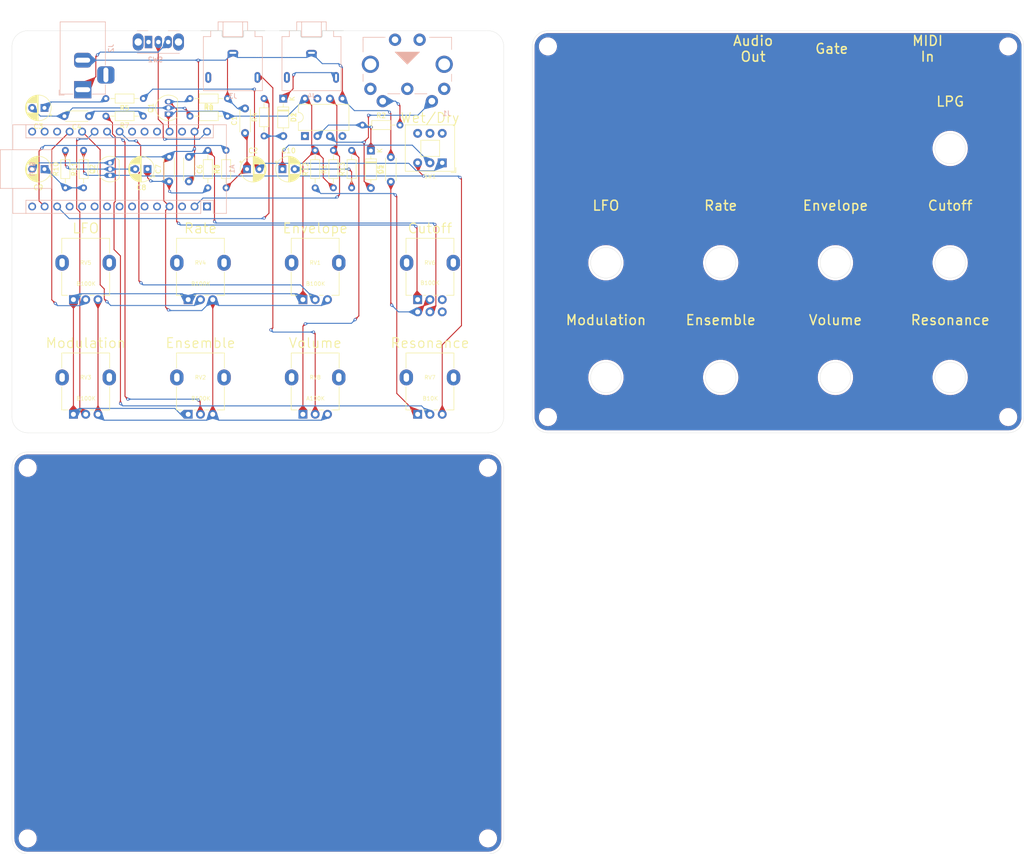
<source format=kicad_pcb>
(kicad_pcb (version 20240108) (generator "pcbnew") (generator_version "8.0")
  (layers (0 "F.Cu" signal) (31 "B.Cu" signal) (34 "B.Paste" user) (35 "F.Paste" user) (36 "B.SilkS" user "B.Silkscreen") (37 "F.SilkS" user "F.Silkscreen") (38 "B.Mask" user) (39 "F.Mask" user) (44 "Edge.Cuts" user))
  (net 0 "")
  (net 5 "Net-(A1-D0{slash}RX)")
  (net 8 "Net-(A1-D11)")
  (net 10 "GND")
  (net 11 "Net-(A1-A1)")
  (net 12 "Net-(A1-A3)")
  (net 17 "Net-(A1-A4)")
  (net 23 "Net-(A1-A2)")
  (net 24 "Net-(A1-VIN)")
  (net 25 "+5V")
  (net 27 "Net-(A1-D10)")
  (net 28 "Net-(A1-A0)")
  (net 30 "Net-(C1-Pad1)")
  (net 31 "Synth Out")
  (net 32 "Net-(C3-Pad1)")
  (net 33 "Net-(Q1-B)")
  (net 34 "Net-(C4-Pad1)")
  (net 35 "Net-(C5-Pad1)")
  (net 36 "Net-(C6-Pad1)")
  (net 37 "Net-(C7-Pad1)")
  (net 38 "Net-(Q2-B)")
  (net 39 "Net-(C9-Pad1)")
  (net 40 "Net-(C10-Pad2)")
  (net 41 "Net-(D1-A)")
  (net 42 "Net-(D1-K)")
  (net 43 "Gate")
  (net 44 "Net-(D2-A)")
  (net 47 "Net-(J1-Pad5)")
  (net 50 "Net-(Q1-E)")
  (net 51 "LPG Out")
  (net 52 "Net-(R7-Pad2)")
  (net 53 "Net-(R12-Pad1)")
  (net 54 "Net-(R13-Pad2)")
  (net 57 "Audio Out")
  (net 61 "Net-(SW2-C)")
  (net 63 "Net-(C10-Pad1)")
  (footprint "" (layer "F.Cu") (at 160.148749 107.380001)
    (property "Reference" "")
    (property "Value" "")
  )
  (footprint "Resistor_THT:R_Axial_DIN0204_L3.6mm_D1.6mm_P7.62mm_Horizontal" (layer "F.Cu") (at 65.727387 60.740832 90)
    (property "Reference" "R11")
    (property "Value" "220K")
  )
  (footprint "" (layer "F.Cu") (at 147.96 117.695)
    (property "Reference" "")
    (property "Value" "")
  )
  (footprint "0:Alpha_RD901F" (layer "F.Cu") (at 89.493333 75.983334)
    (property "Reference" "RV4")
    (property "Value" "B100K")
  )
  (footprint "Capacitor_THT:C_Disc_D4.3mm_W1.9mm_P5.00mm" (layer "F.Cu") (at 66.835018 46.155 180)
    (property "Reference" "C4")
    (property "Value" "100nF")
  )
  (footprint "0:SW_Push_2P2T_Toggle" (layer "F.Cu") (at 138.66 55.65 180)
    (property "Reference" "SW1")
    (property "Value" "Wet/Dry")
  )
  (footprint "0:MountingHole_3.2mm_M3" (layer "F.Cu") (at 147.96 31.97)
    (property "Reference" "H2" (hide yes))
    (property "Value" "MountingHole" (hide yes))
  )
  (footprint "Resistor_THT:R_Axial_DIN0204_L3.6mm_D1.6mm_P7.62mm_Horizontal" (layer "F.Cu") (at 94.990751 42.57 180)
    (property "Reference" "R8")
    (property "Value" "1K")
  )
  (footprint "Diode_THT:D_DO-35_SOD27_P7.62mm_Horizontal" (layer "F.Cu") (at 106.327996 42.6 -90)
    (property "Reference" "D2")
    (property "Value" "1N4148")
  )
  (footprint "0:Alpha_RD901F" (layer "F.Cu") (at 112.826666 75.983334)
    (property "Reference" "RV1")
    (property "Value" "B100K")
  )
  (footprint "0:Alpha_RD902F" (layer "F.Cu") (at 136.16 75.983334)
    (property "Reference" "RV6")
    (property "Value" "B100K")
  )
  (footprint "0:Alpha_RD901F" (layer "F.Cu") (at 112.826666 99.316668)
    (property "Reference" "RV8")
    (property "Value" "A100K")
  )
  (footprint "Resistor_THT:R_Axial_DIN0204_L3.6mm_D1.6mm_P7.62mm_Horizontal" (layer "F.Cu") (at 77.880262 46.155 180)
    (property "Reference" "R7")
    (property "Value" "10K")
  )
  (footprint "Package_TO_SOT_THT:TO-92_Inline" (layer "F.Cu") (at 82.985506 45.745001 90)
    (property "Reference" "Q1")
    (property "Value" "BC547")
  )
  (footprint "Resistor_THT:R_Axial_DIN0204_L3.6mm_D1.6mm_P7.62mm_Horizontal" (layer "F.Cu") (at 62.01858 60.740832 90)
    (property "Reference" "R10")
    (property "Value" "100K")
  )
  (footprint "Resistor_THT:R_Axial_DIN0204_L3.6mm_D1.6mm_P7.62mm_Horizontal" (layer "F.Cu") (at 112.815963 60.740832 90)
    (property "Reference" "R12")
    (property "Value" "1K")
  )
  (footprint "" (layer "F.Cu") (at 147.96 193.105)
    (property "Reference" "")
    (property "Value" "")
  )
  (footprint "Capacitor_THT:CP_Radial_D5.0mm_P2.50mm" (layer "F.Cu") (at 98.958577 56.930832)
    (property "Reference" "C2")
    (property "Value" "100µF")
  )
  (footprint "Resistor_THT:R_Axial_DIN0204_L3.6mm_D1.6mm_P7.62mm_Horizontal" (layer "F.Cu") (at 116.52477 60.740832 90)
    (property "Reference" "R1")
    (property "Value" "10K")
  )
  (footprint "Resistor_THT:R_Axial_DIN0204_L3.6mm_D1.6mm_P7.62mm_Horizontal" (layer "F.Cu") (at 102.421996 50.19 90)
    (property "Reference" "R4")
    (property "Value" "1K")
  )
  (footprint "0:Alpha_RD901F" (layer "F.Cu") (at 66.16 75.983334)
    (property "Reference" "RV5")
    (property "Value" "B100K")
  )
  (footprint "Capacitor_THT:CP_Radial_D5.0mm_P2.50mm" (layer "F.Cu") (at 78.734999 56.930832 180)
    (property "Reference" "C8")
    (property "Value" "10µF")
  )
  (footprint "0:MountingHole_3.2mm_M3" (layer "F.Cu") (at 54.36 31.97)
    (property "Reference" "H1" (hide yes))
    (property "Value" "MountingHole" (hide yes))
  )
  (footprint "Capacitor_THT:CP_Radial_D5.0mm_P2.50mm" (layer "F.Cu") (at 57.77 44.475 180)
    (property "Reference" "C3")
    (property "Value" "10µF")
  )
  (footprint "Capacitor_THT:CP_Radial_D5.0mm_P2.50mm" (layer "F.Cu") (at 106.157157 56.930832)
    (property "Reference" "C10")
    (property "Value" "10µF")
  )
  (footprint "" (layer "F.Cu") (at 253.7488 31.97)
    (property "Reference" "")
    (property "Value" "")
  )
  (footprint "Resistor_THT:R_Axial_DIN0204_L3.6mm_D1.6mm_P7.62mm_Horizontal" (layer "F.Cu") (at 77.880262 42.57 180)
    (property "Reference" "R5")
    (property "Value" "47K")
  )
  (footprint "" (layer "F.Cu") (at 54.36 193.105)
    (property "Reference" "")
    (property "Value" "")
  )
  (footprint "Resistor_THT:R_Axial_DIN0204_L3.6mm_D1.6mm_P7.62mm_Horizontal" (layer "F.Cu") (at 94.709996 60.740832 90)
    (property "Reference" "R3")
    (property "Value" "2.2K")
  )
  (footprint "0:Alpha_RD901F" (layer "F.Cu") (at 66.16 99.316668)
    (property "Reference" "RV3")
    (property "Value" "B100K")
  )
  (footprint "0:MountingHole_3.2mm_M3" (layer "F.Cu") (at 147.96 107.38)
    (property "Reference" "H4" (hide yes))
    (property "Value" "MountingHole" (hide yes))
  )
  (footprint "" (layer "F.Cu") (at 54.36 117.695)
    (property "Reference" "")
    (property "Value" "")
  )
  (footprint "Capacitor_THT:C_Disc_D4.3mm_W1.9mm_P5.00mm" (layer "F.Cu") (at 98.565996 49.59 90)
    (property "Reference" "C1")
    (property "Value" "33nF")
  )
  (footprint "Diode_THT:D_DO-35_SOD27_P7.62mm_Horizontal" (layer "F.Cu") (at 124.142383 53.16 -90)
    (property "Reference" "D1")
    (property "Value" "1N4148")
  )
  (footprint "0:fp" (layer "F.Cu") (at 54.36 31.98)
    (property "Reference" "REF**" (hide yes))
    (property "Value" "fp" (hide yes))
  )
  (footprint "Capacitor_THT:C_Disc_D4.3mm_W1.9mm_P5.00mm" (layer "F.Cu") (at 87.142383 54.430832 -90)
    (property "Reference" "C6")
    (property "Value" "100nF")
  )
  (footprint "0:Alpha_RD901F" (layer "F.Cu") (at 136.16 99.316668)
    (property "Reference" "RV7")
    (property "Value" "B10K")
  )
  (footprint "0:MountingHole_3.2mm_M3" (layer "F.Cu") (at 54.36 107.38)
    (property "Reference" "H3" (hide yes))
    (property "Value" "MountingHole" (hide yes))
  )
  (footprint "0:Alpha_RD901F" (layer "F.Cu") (at 89.493333 99.316668)
    (property "Reference" "RV2")
    (property "Value" "B100K")
  )
  (footprint "Package_TO_SOT_THT:TO-92_Inline" (layer "F.Cu") (at 71.116193 58.200833 90)
    (property "Reference" "Q2")
    (property "Value" "BC547")
  )
  (footprint "" (layer "F.Cu") (at 160.148749 31.969999)
    (property "Reference" "")
    (property "Value" "")
  )
  (footprint "Resistor_THT:R_Axial_DIN0204_L3.6mm_D1.6mm_P7.62mm_Horizontal" (layer "F.Cu") (at 120.233577 60.740832 90)
    (property "Reference" "R13")
    (property "Value" "1K")
  )
  (footprint "Capacitor_THT:CP_Radial_D5.0mm_P2.50mm" (layer "F.Cu") (at 57.77 56.930832 180)
    (property "Reference" "C9")
    (property "Value" "10µF")
  )
  (footprint "Capacitor_THT:C_Disc_D4.3mm_W1.9mm_P5.00mm" (layer "F.Cu") (at 83.133578 59.430832 90)
    (property "Reference" "C7")
    (property "Value" "33nF")
  )
  (footprint "Capacitor_THT:C_Disc_D4.3mm_W1.9mm_P5.00mm" (layer "F.Cu") (at 128.201188 59.5 90)
    (property "Reference" "C5")
    (property "Value" "100nF")
  )
  (footprint "Resistor_THT:R_Axial_DIN0204_L3.6mm_D1.6mm_P7.62mm_Horizontal" (layer "F.Cu") (at 91.001189 53.120832 -90)
    (property "Reference" "R9")
    (property "Value" "10K")
  )
  (footprint "Resistor_THT:R_Axial_DIN0204_L3.6mm_D1.6mm_P7.62mm_Horizontal" (layer "F.Cu") (at 87.370751 46.155)
    (property "Reference" "R6")
    (property "Value" "220K")
  )
  (footprint "Package_DIP:DIP-8_W7.62mm" (layer "F.Cu") (at 110.733996 50.21 90)
    (property "Reference" "U1")
    (property "Value" "6N138")
  )
  (footprint "" (layer "F.Cu") (at 253.7488 107.38)
    (property "Reference" "")
    (property "Value" "")
  )
  (footprint "Resistor_THT:R_Axial_DIN0204_L3.6mm_D1.6mm_P7.62mm_Horizontal" (layer "F.Cu") (at 122.44 47.97)
    (property "Reference" "R2")
    (property "Value" "220Ω")
  )
  (footprint "0:Arduino_Nano" (layer "B.Cu") (at 90.83 64.540832 90)
    (property "Reference" "A1")
    (property "Value" "Arduino Nano")
  )
  (footprint "Connector_Audio:Jack_3.5mm_CUI_SJ1-3523N_Horizontal" (layer "B.Cu") (at 112.07 33.27)
    (property "Reference" "J4")
    (property "Value" "Gate")
    (fp_line (start -6.5 -4.5) (end -2.2 -4.5) (stroke (width 0.12)) (layer "Edge.Cuts"))
    (fp_line (start -2.2 -4.5) (end -2.2 -3.5) (stroke (width 0.12)) (layer "Edge.Cuts"))
    (fp_line (start -1.8 -3.1) (end 1.8 -3.1) (stroke (width 0.12)) (layer "Edge.Cuts"))
    (fp_line (start 2.2 -4.5) (end 2.2 -3.5) (stroke (width 0.12)) (layer "Edge.Cuts"))
    (fp_line (start 6.5 -4.5) (end 2.2 -4.5) (stroke (width 0.12)) (layer "Edge.Cuts"))
    (fp_arc (start -1.8 -3.1) (mid -2.082842 -3.217158) (end -2.2 -3.5) (stroke (width 0.12)) (layer "Edge.Cuts"))
    (fp_arc (start 2.2 -3.5) (mid 2.082843 -3.217157) (end 1.8 -3.1) (stroke (width 0.12)) (layer "Edge.Cuts"))
  )
  (footprint "0:DIN5_MIDI" (layer "B.Cu") (at 131.5575 40.605 -90)
    (property "Reference" "J1")
    (property "Value" "Midi In")
  )
  (footprint "Connector_BarrelJack:BarrelJack_Horizontal" (layer "B.Cu") (at 65.5625 40.77 -90)
    (property "Reference" "J2")
    (property "Value" "5VDC")
  )
  (footprint "Connector_Audio:Jack_3.5mm_CUI_SJ1-3523N_Horizontal" (layer "B.Cu") (at 96.0825 33.27)
    (property "Reference" "J3")
    (property "Value" "Audio Out")
    (fp_line (start -6.5 -4.5) (end -2.2 -4.5) (stroke (width 0.12)) (layer "Edge.Cuts"))
    (fp_line (start -2.2 -4.5) (end -2.2 -3.5) (stroke (width 0.12)) (layer "Edge.Cuts"))
    (fp_line (start -1.8 -3.1) (end 1.8 -3.1) (stroke (width 0.12)) (layer "Edge.Cuts"))
    (fp_line (start 2.2 -4.5) (end 2.2 -3.5) (stroke (width 0.12)) (layer "Edge.Cuts"))
    (fp_line (start 6.5 -4.5) (end 2.2 -4.5) (stroke (width 0.12)) (layer "Edge.Cuts"))
    (fp_arc (start -1.8 -3.1) (mid -2.082842 -3.217158) (end -2.2 -3.5) (stroke (width 0.12)) (layer "Edge.Cuts"))
    (fp_arc (start 2.2 -3.5) (mid 2.082843 -3.217157) (end 1.8 -3.1) (stroke (width 0.12)) (layer "Edge.Cuts"))
  )
  (footprint "Button_Switch_THT:SW_Slide_SPDT_Angled_CK_OS102011MA1Q" (layer "B.Cu") (at 78.93 31.07)
    (property "Reference" "SW2")
    (property "Value" "On/Off")
  )
  (gr_line (start 51.16 107.38) (end 51.16 31.97) (stroke (width 0.05)) (layer "Edge.Cuts"))
  (gr_arc (start 54.36 196.305) (mid 52.097258 195.367742) (end 51.16 193.105) (stroke (width 0.05)) (layer "Edge.Cuts"))
  (gr_line (start 256.94875 31.97) (end 256.94875 107.38) (stroke (width 0.05)) (layer "Edge.Cuts"))
  (gr_line (start 156.94875 107.38) (end 156.94875 31.97) (stroke (width 0.05)) (layer "Edge.Cuts"))
  (gr_circle (center 171.94875 75.983334) (end 175.04875 75.983334) (stroke (width 0.05)) (fill none) (layer "Edge.Cuts"))
  (gr_arc (start 54.36 110.58) (mid 52.097258 109.642742) (end 51.16 107.38) (stroke (width 0.05)) (layer "Edge.Cuts"))
  (gr_circle (center 195.282083 99.316668) (end 198.382083 99.316668) (stroke (width 0.05)) (fill none) (layer "Edge.Cuts"))
  (gr_circle (center 241.94875 99.316668) (end 245.04875 99.316668) (stroke (width 0.05)) (fill none) (layer "Edge.Cuts"))
  (gr_arc (start 147.96 114.495) (mid 150.222742 115.432258) (end 151.16 117.695) (stroke (width 0.05)) (layer "Edge.Cuts"))
  (gr_line (start 102.5825 28.77) (end 105.57 28.77) (stroke (width 0.05)) (layer "Edge.Cuts"))
  (gr_line (start 51.16 193.105) (end 51.16 117.695) (stroke (width 0.05)) (layer "Edge.Cuts"))
  (gr_line (start 151.16 117.695) (end 151.16 193.105) (stroke (width 0.05)) (layer "Edge.Cuts"))
  (gr_circle (center 195.282083 75.983334) (end 198.382083 75.983334) (stroke (width 0.05)) (fill none) (layer "Edge.Cuts"))
  (gr_line (start 147.96 110.58) (end 54.36 110.58) (stroke (width 0.05)) (layer "Edge.Cuts"))
  (gr_line (start 147.96 196.305) (end 54.36 196.305) (stroke (width 0.05)) (layer "Edge.Cuts"))
  (gr_arc (start 51.16 117.695) (mid 52.097258 115.432258) (end 54.36 114.495) (stroke (width 0.05)) (layer "Edge.Cuts"))
  (gr_line (start 151.16 31.97) (end 151.16 107.38) (stroke (width 0.05)) (layer "Edge.Cuts"))
  (gr_line (start 118.57 28.77) (end 147.96 28.77) (stroke (width 0.05)) (layer "Edge.Cuts"))
  (gr_line (start 54.36 28.77) (end 89.5825 28.77) (stroke (width 0.05)) (layer "Edge.Cuts"))
  (gr_arc (start 151.16 107.38) (mid 150.222742 109.642742) (end 147.96 110.58) (stroke (width 0.05)) (layer "Edge.Cuts"))
  (gr_circle (center 218.615416 75.983334) (end 221.715416 75.983334) (stroke (width 0.05)) (fill none) (layer "Edge.Cuts"))
  (gr_arc (start 147.96 28.77) (mid 150.222742 29.707258) (end 151.16 31.97) (stroke (width 0.05)) (layer "Edge.Cuts"))
  (gr_circle (center 171.94875 99.316668) (end 175.04875 99.316668) (stroke (width 0.05)) (fill none) (layer "Edge.Cuts"))
  (gr_line (start 253.74875 110.58) (end 160.14875 110.58) (stroke (width 0.05)) (layer "Edge.Cuts"))
  (gr_circle (center 241.94875 75.983334) (end 245.04875 75.983334) (stroke (width 0.05)) (fill none) (layer "Edge.Cuts"))
  (gr_circle (center 218.615416 99.316668) (end 221.715416 99.316668) (stroke (width 0.05)) (fill none) (layer "Edge.Cuts"))
  (gr_arc (start 160.14875 110.58) (mid 157.886008 109.642742) (end 156.94875 107.38) (stroke (width 0.05)) (layer "Edge.Cuts"))
  (gr_line (start 54.36 114.495) (end 147.96 114.495) (stroke (width 0.05)) (layer "Edge.Cuts"))
  (gr_arc (start 256.94875 107.38) (mid 256.011489 109.642724) (end 253.74875 110.58) (stroke (width 0.05)) (layer "Edge.Cuts"))
  (gr_line (start 160.14875 28.77) (end 253.74875 28.77) (stroke (width 0.05)) (layer "Edge.Cuts"))
  (gr_arc (start 156.94875 31.97) (mid 157.886008 29.707258) (end 160.14875 28.77) (stroke (width 0.05)) (layer "Edge.Cuts"))
  (gr_arc (start 253.74875 28.77) (mid 256.011524 29.707241) (end 256.94875 31.97) (stroke (width 0.05)) (layer "Edge.Cuts"))
  (gr_arc (start 151.16 193.105) (mid 150.222742 195.367742) (end 147.96 196.305) (stroke (width 0.05)) (layer "Edge.Cuts"))
  (gr_circle (center 241.94875 52.7275) (end 245.04875 52.7275) (stroke (width 0.05)) (fill none) (layer "Edge.Cuts"))
  (gr_arc (start 51.16 31.97) (mid 52.097258 29.707258) (end 54.36 28.77) (stroke (width 0.05)) (layer "Edge.Cuts"))
  (gr_text "MIDI\nIn" (at 237.34625 32.44175 0) (layer "F.SilkS") (effects (font (size 2 2) (thickness 0.3))))
  (gr_text "Volume" (at 218.615416 87.650001 0) (layer "F.SilkS") (effects (font (size 2 2) (thickness 0.3))))
  (gr_text "Resonance" (at 241.94875 87.650001 0) (layer "F.SilkS") (effects (font (size 2 2) (thickness 0.3))))
  (gr_text "Cutoff" (at 241.94875 64.355417 0) (layer "F.SilkS") (effects (font (size 2 2) (thickness 0.3))))
  (gr_text "Ensemble" (at 195.282083 87.650001 0) (layer "F.SilkS") (effects (font (size 2 2) (thickness 0.3))))
  (gr_text "LPG" (at 241.94875 43.18 0) (layer "F.SilkS") (effects (font (size 2 2) (thickness 0.3))))
  (gr_text "Rate" (at 195.282083 64.355417 0) (layer "F.SilkS") (effects (font (size 2 2) (thickness 0.3))))
  (gr_text "Gate" (at 217.85875 32.44175 0) (layer "F.SilkS") (effects (font (size 2 2) (thickness 0.3))))
  (gr_text "LFO" (at 171.94875 64.355417 0) (layer "F.SilkS") (effects (font (size 2 2) (thickness 0.3))))
  (gr_text "Envelope" (at 218.615416 64.355417 0) (layer "F.SilkS") (effects (font (size 2 2) (thickness 0.3))))
  (gr_text "Audio\nOut" (at 201.87125 32.44175 0) (layer "F.SilkS") (effects (font (size 2 2) (thickness 0.3))))
  (gr_text "Modulation" (at 171.94875 87.650001 0) (layer "F.SilkS") (effects (font (size 2 2) (thickness 0.3))))
  (segment (start 117.22477 44.000774) (end 115.813996 42.59) (width 0.2) (layer "F.Cu") (net 5))
  (segment (start 117.3 62.59) (end 117.78 62.11) (width 0.2) (layer "F.Cu") (net 5))
  (segment (start 117.22477 52.420832) (end 117.22477 44.000774) (width 0.2) (layer "F.Cu") (net 5))
  (segment (start 117.78 54.376062) (end 116.52477 53.120832) (width 0.2) (layer "F.Cu") (net 5))
  (segment (start 116.52477 53.120832) (end 117.22477 52.420832) (width 0.2) (layer "F.Cu") (net 5))
  (segment (start 117.78 62.11) (end 117.78 54.376062) (width 0.2) (layer "F.Cu") (net 5))
  (via (at 117.3 62.59) (size 0.6) (drill 0.3) (layers "F.Cu" "B.Cu") (net 5))
  (segment (start 117.3 62.59) (end 117.07 62.82) (width 0.2) (layer "B.Cu") (net 5))
  (segment (start 90.010832 62.82) (end 88.29 64.540832) (width 0.2) (layer "B.Cu") (net 5))
  (segment (start 117.07 62.82) (end 90.010832 62.82) (width 0.2) (layer "B.Cu") (net 5))
  (segment (start 56.67 63.400832) (end 57.81 64.540832) (width 0.2) (layer "F.Cu") (net 8))
  (segment (start 57.23 52.7) (end 56.67 53.26) (width 0.2) (layer "F.Cu") (net 8))
  (segment (start 56.67 53.26) (end 56.67 63.400832) (width 0.2) (layer "F.Cu") (net 8))
  (via (at 57.23 52.7) (size 0.6) (drill 0.3) (layers "F.Cu" "B.Cu") (net 8))
  (segment (start 57.23 52.7) (end 57.809168 52.120832) (width 0.2) (layer "B.Cu") (net 8))
  (segment (start 93.709996 52.120832) (end 94.709996 53.120832) (width 0.2) (layer "B.Cu") (net 8))
  (segment (start 57.809168 52.120832) (end 93.709996 52.120832) (width 0.2) (layer "B.Cu") (net 8))
  (segment (start 88.29 49.300832) (end 88.29 52.8) (width 0.2) (layer "F.Cu") (net 10))
  (segment (start 82.033578 55.530832) (end 83.133578 54.430832) (width 0.2) (layer "F.Cu") (net 10))
  (segment (start 88.29 58.283215) (end 87.142383 59.430832) (width 0.2) (layer "F.Cu") (net 10))
  (segment (start 89.089999 34.829999) (end 89.03 34.77) (width 0.2) (layer "F.Cu") (net 10))
  (segment (start 117.948996 35.861004) (end 118.353996 36.266004) (width 0.2) (layer "F.Cu") (net 10))
  (segment (start 128.201188 45.621188) (end 128.201188 54.5) (width 0.2) (layer "F.Cu") (net 10))
  (segment (start 88.29 49.300832) (end 89.089999 48.500833) (width 0.2) (layer "F.Cu") (net 10))
  (segment (start 94.990751 42.57) (end 94.990751 34.361749) (width 0.2) (layer "F.Cu") (net 10))
  (segment (start 88.29 52.8) (end 88.29 58.283215) (width 0.2) (layer "F.Cu") (net 10))
  (segment (start 127.93 45.35) (end 128.201188 45.621188) (width 0.2) (layer "F.Cu") (net 10))
  (segment (start 82.410001 65.340831) (end 83.21 64.540832) (width 0.2) (layer "F.Cu") (net 10))
  (segment (start 83.21 64.540832) (end 82.033578 63.36441) (width 0.2) (layer "F.Cu") (net 10))
  (segment (start 82.98 85.59) (end 82.410001 85.020001) (width 0.2) (layer "F.Cu") (net 10))
  (segment (start 91.993333 106.816668) (end 91.993333 83.483334) (width 0.2) (layer "F.Cu") (net 10))
  (segment (start 82.033578 63.36441) (end 82.033578 55.530832) (width 0.2) (layer "F.Cu") (net 10))
  (segment (start 118.353996 36.266004) (end 118.353996 42.59) (width 0.2) (layer "F.Cu") (net 10))
  (segment (start 89.089999 48.500833) (end 89.089999 34.829999) (width 0.2) (layer "F.Cu") (net 10))
  (segment (start 94.990751 34.361749) (end 96.0825 33.27) (width 0.2) (layer "F.Cu") (net 10))
  (segment (start 68.66 83.483334) (end 68.66 106.816668) (width 0.2) (layer "F.Cu") (net 10))
  (segment (start 82.410001 85.020001) (end 82.410001 65.340831) (width 0.2) (layer "F.Cu") (net 10))
  (via (at 89.03 34.77) (size 0.6) (drill 0.3) (layers "F.Cu" "B.Cu") (net 10))
  (via (at 88.29 52.8) (size 0.6) (drill 0.3) (layers "F.Cu" "B.Cu") (net 10))
  (via (at 117.948996 35.861004) (size 0.6) (drill 0.3) (layers "F.Cu" "B.Cu") (net 10))
  (via (at 82.98 85.59) (size 0.6) (drill 0.3) (layers "F.Cu" "B.Cu") (net 10))
  (via (at 127.93 45.35) (size 0.6) (drill 0.3) (layers "F.Cu" "B.Cu") (net 10))
  (segment (start 97.010751 44.59) (end 94.990751 42.57) (width 0.2) (layer "B.Cu") (net 10))
  (segment (start 90.793333 108.016668) (end 69.86 108.016668) (width 0.2) (layer "B.Cu") (net 10))
  (segment (start 127.93 45.35) (end 127.61 45.03) (width 0.2) (layer "B.Cu") (net 10))
  (segment (start 114.27 35.47) (end 112.07 33.27) (width 0.2) (layer "B.Cu") (net 10))
  (segment (start 117.557992 35.47) (end 114.27 35.47) (width 0.2) (layer "B.Cu") (net 10))
  (segment (start 82.98 85.59) (end 83.1 85.71) (width 0.2) (layer "B.Cu") (net 10))
  (segment (start 89.766667 85.71) (end 91.993333 83.483334) (width 0.2) (layer "B.Cu") (net 10))
  (segment (start 83.1 85.71) (end 89.766667 85.71) (width 0.2) (layer "B.Cu") (net 10))
  (segment (start 118.353996 36.266004) (end 117.948996 35.861004) (width 0.2) (layer "B.Cu") (net 10))
  (segment (start 72.346194 54.430832) (end 71.116193 55.660833) (width 0.2) (layer "B.Cu") (net 10))
  (segment (start 94.5825 34.77) (end 89.03 34.77) (width 0.2) (layer "B.Cu") (net 10))
  (segment (start 118.353996 36.313996) (end 118.353996 36.266004) (width 0.2) (layer "B.Cu") (net 10))
  (segment (start 115.326666 83.483334) (end 114.126666 84.683334) (width 0.2) (layer "B.Cu") (net 10))
  (segment (start 69.86 108.016668) (end 68.66 106.816668) (width 0.2) (layer "B.Cu") (net 10))
  (segment (start 117.948996 35.861004) (end 117.557992 35.47) (width 0.2) (layer "B.Cu") (net 10))
  (segment (start 89.03 34.77) (end 65.5625 34.77) (width 0.2) (layer "B.Cu") (net 10))
  (segment (start 56.539999 55.660833) (end 55.27 56.930832) (width 0.2) (layer "B.Cu") (net 10))
  (segment (start 114.126666 84.683334) (end 93.193333 84.683334) (width 0.2) (layer "B.Cu") (net 10))
  (segment (start 86.364121 59.430832) (end 87.142383 59.430832) (width 0.2) (layer "B.Cu") (net 10))
  (segment (start 87.759168 53.330832) (end 84.233578 53.330832) (width 0.2) (layer "B.Cu") (net 10))
  (segment (start 83.133578 54.430832) (end 72.346194 54.430832) (width 0.2) (layer "B.Cu") (net 10))
  (segment (start 96.0825 33.27) (end 94.5825 34.77) (width 0.2) (layer "B.Cu") (net 10))
  (segment (start 98.565996 44.59) (end 97.010751 44.59) (width 0.2) (layer "B.Cu") (net 10))
  (segment (start 120.793996 45.03) (end 118.353996 42.59) (width 0.2) (layer "B.Cu") (net 10))
  (segment (start 93.193333 108.016668) (end 114.126666 108.016668) (width 0.2) (layer "B.Cu") (net 10))
  (segment (start 88.29 52.8) (end 87.759168 53.330832) (width 0.2) (layer "B.Cu") (net 10))
  (segment (start 111.12 34.22) (end 97.0325 34.22) (width 0.2) (layer "B.Cu") (net 10))
  (segment (start 112.07 33.27) (end 111.12 34.22) (width 0.2) (layer "B.Cu") (net 10))
  (segment (start 93.193333 84.683334) (end 91.993333 83.483334) (width 0.2) (layer "B.Cu") (net 10))
  (segment (start 84.233578 53.330832) (end 83.133578 54.430832) (width 0.2) (layer "B.Cu") (net 10))
  (segment (start 114.126666 108.016668) (end 115.326666 106.816668) (width 0.2) (layer "B.Cu") (net 10))
  (segment (start 71.116193 55.660833) (end 56.539999 55.660833) (width 0.2) (layer "B.Cu") (net 10))
  (segment (start 91.993333 106.816668) (end 93.193333 108.016668) (width 0.2) (layer "B.Cu") (net 10))
  (segment (start 127.61 45.03) (end 120.793996 45.03) (width 0.2) (layer "B.Cu") (net 10))
  (segment (start 91.993333 106.816668) (end 90.793333 108.016668) (width 0.2) (layer "B.Cu") (net 10))
  (segment (start 97.0325 34.22) (end 96.0825 33.27) (width 0.2) (layer "B.Cu") (net 10))
  (segment (start 69.1 80.48) (end 69.1 52.970832) (width 0.2) (layer "F.Cu") (net 11))
  (segment (start 70.45 83.89) (end 69.94 83.38) (width 0.2) (layer "F.Cu") (net 11))
  (segment (start 69.94 81.32) (end 69.1 80.48) (width 0.2) (layer "F.Cu") (net 11))
  (segment (start 69.1 52.970832) (end 65.43 49.300832) (width 0.2) (layer "F.Cu") (net 11))
  (segment (start 69.94 83.38) (end 69.94 81.32) (width 0.2) (layer "F.Cu") (net 11))
  (via (at 70.45 83.89) (size 0.6) (drill 0.3) (layers "F.Cu" "B.Cu") (net 11))
  (segment (start 71.243334 84.683334) (end 70.45 83.89) (width 0.2) (layer "B.Cu") (net 11))
  (segment (start 89.493333 83.483334) (end 88.293333 84.683334) (width 0.2) (layer "B.Cu") (net 11))
  (segment (start 88.293333 84.683334) (end 71.243334 84.683334) (width 0.2) (layer "B.Cu") (net 11))
  (segment (start 89.1 103.93) (end 89.44 104.27) (width 0.2) (layer "F.Cu") (net 12))
  (segment (start 74.15 103.17) (end 74.15 51.45) (width 0.2) (layer "F.Cu") (net 12))
  (segment (start 89.44 104.27) (end 89.44 106.763335) (width 0.2) (layer "F.Cu") (net 12))
  (segment (start 74.15 51.45) (end 73.78 51.08) (width 0.2) (layer "F.Cu") (net 12))
  (segment (start 74.72 103.74) (end 74.15 103.17) (width 0.2) (layer "F.Cu") (net 12))
  (via (at 73.78 51.08) (size 0.6) (drill 0.3) (layers "F.Cu" "B.Cu") (net 12))
  (via (at 89.1 103.93) (size 0.6) (drill 0.3) (layers "F.Cu" "B.Cu") (net 12))
  (via (at 74.72 103.74) (size 0.6) (drill 0.3) (layers "F.Cu" "B.Cu") (net 12))
  (segment (start 88.91 103.74) (end 74.72 103.74) (width 0.2) (layer "B.Cu") (net 12))
  (segment (start 73.78 51.08) (end 73.21 50.51) (width 0.2) (layer "B.Cu") (net 12))
  (segment (start 71.719168 50.51) (end 70.51 49.300832) (width 0.2) (layer "B.Cu") (net 12))
  (segment (start 89.1 103.93) (end 88.91 103.74) (width 0.2) (layer "B.Cu") (net 12))
  (segment (start 73.21 50.51) (end 71.719168 50.51) (width 0.2) (layer "B.Cu") (net 12))
  (segment (start 77.334999 52.094999) (end 76.43 51.19) (width 0.2) (layer "F.Cu") (net 17))
  (segment (start 77.39 80.05) (end 76.97 79.63) (width 0.2) (layer "F.Cu") (net 17))
  (segment (start 77.334999 57.386467) (end 77.334999 52.094999) (width 0.2) (layer "F.Cu") (net 17))
  (segment (start 76.97 57.751466) (end 77.334999 57.386467) (width 0.2) (layer "F.Cu") (net 17))
  (segment (start 76.97 79.63) (end 76.97 57.751466) (width 0.2) (layer "F.Cu") (net 17))
  (via (at 77.39 80.05) (size 0.6) (drill 0.3) (layers "F.Cu" "B.Cu") (net 17))
  (via (at 76.43 51.19) (size 0.6) (drill 0.3) (layers "F.Cu" "B.Cu") (net 17))
  (segment (start 76.43 51.19) (end 74.939168 51.19) (width 0.2) (layer "B.Cu") (net 17))
  (segment (start 109.833332 80.49) (end 112.826666 83.483334) (width 0.2) (layer "B.Cu") (net 17))
  (segment (start 77.83 80.49) (end 109.833332 80.49) (width 0.2) (layer "B.Cu") (net 17))
  (segment (start 74.939168 51.19) (end 73.05 49.300832) (width 0.2) (layer "B.Cu") (net 17))
  (segment (start 77.39 80.05) (end 77.83 80.49) (width 0.2) (layer "B.Cu") (net 17))
  (segment (start 64.56 50.8) (end 64.32 51.04) (width 0.2) (layer "F.Cu") (net 23))
  (segment (start 64.32 51.04) (end 64.32 64.986467) (width 0.2) (layer "F.Cu") (net 23))
  (segment (start 64.96 65.626467) (end 64.96 105.616668) (width 0.2) (layer "F.Cu") (net 23))
  (segment (start 64.96 105.616668) (end 66.16 106.816668) (width 0.2) (layer "F.Cu") (net 23))
  (segment (start 64.32 64.986467) (end 64.96 65.626467) (width 0.2) (layer "F.Cu") (net 23))
  (via (at 64.56 50.8) (size 0.6) (drill 0.3) (layers "F.Cu" "B.Cu") (net 23))
  (segment (start 64.56 50.8) (end 66.470832 50.8) (width 0.2) (layer "B.Cu") (net 23))
  (segment (start 66.470832 50.8) (end 67.97 49.300832) (width 0.2) (layer "B.Cu") (net 23))
  (segment (start 80.91 46.79) (end 81.92 47.8) (width 0.2) (layer "F.Cu") (net 24))
  (segment (start 80.93 31.07) (end 80.91 31.09) (width 0.2) (layer "F.Cu") (net 24))
  (segment (start 81.92 50.57) (end 82.21 50.86) (width 0.2) (layer "F.Cu") (net 24))
  (segment (start 80.91 31.09) (end 80.91 46.79) (width 0.2) (layer "F.Cu") (net 24))
  (segment (start 81.92 47.8) (end 81.92 50.57) (width 0.2) (layer "F.Cu") (net 24))
  (via (at 82.21 50.86) (size 0.6) (drill 0.3) (layers "F.Cu" "B.Cu") (net 24))
  (segment (start 82.21 50.86) (end 89.270832 50.86) (width 0.2) (layer "B.Cu") (net 24))
  (segment (start 89.270832 50.86) (end 90.83 49.300832) (width 0.2) (layer "B.Cu") (net 24))
  (segment (start 112.815963 53.120832) (end 114.46 54.764869) (width 0.2) (layer "F.Cu") (net 25))
  (segment (start 114.46 58.676062) (end 116.52477 60.740832) (width 0.2) (layer "F.Cu") (net 25))
  (segment (start 114.46 54.764869) (end 114.46 58.676062) (width 0.2) (layer "F.Cu") (net 25))
  (segment (start 110.326666 55.610129) (end 112.815963 53.120832) (width 0.2) (layer "F.Cu") (net 25))
  (segment (start 82.985506 45.745001) (end 82.985506 49.076338) (width 0.2) (layer "F.Cu") (net 25))
  (segment (start 112.115963 43.971967) (end 110.733996 42.59) (width 0.2) (layer "F.Cu") (net 25))
  (segment (start 112.815963 53.120832) (end 112.115963 52.420832) (width 0.2) (layer "F.Cu") (net 25))
  (segment (start 112.115963 52.420832) (end 112.115963 43.971967) (width 0.2) (layer "F.Cu") (net 25))
  (segment (start 110.326666 83.483334) (end 110.326666 55.610129) (width 0.2) (layer "F.Cu") (net 25))
  (segment (start 63.66 83.483334) (end 63.66 106.816668) (width 0.2) (layer "F.Cu") (net 25))
  (segment (start 93.990751 45.155) (end 84.525507 45.155) (width 0.2) (layer "B.Cu") (net 25))
  (segment (start 83.935506 45.745001) (end 82.985506 45.745001) (width 0.2) (layer "B.Cu") (net 25))
  (segment (start 86.993333 83.483334) (end 85.793333 82.283334) (width 0.2) (layer "B.Cu") (net 25))
  (segment (start 94.990751 46.155) (end 93.990751 45.155) (width 0.2) (layer "B.Cu") (net 25))
  (segment (start 94.990751 46.155) (end 107.168996 46.155) (width 0.2) (layer "B.Cu") (net 25))
  (segment (start 88.196667 82.28) (end 86.993333 83.483334) (width 0.2) (layer "B.Cu") (net 25))
  (segment (start 107.168996 46.155) (end 110.733996 42.59) (width 0.2) (layer "B.Cu") (net 25))
  (segment (start 110.326666 83.483334) (end 109.123332 82.28) (width 0.2) (layer "B.Cu") (net 25))
  (segment (start 64.86 82.283334) (end 63.66 83.483334) (width 0.2) (layer "B.Cu") (net 25))
  (segment (start 85.466668 106.816668) (end 86.993333 106.816668) (width 0.2) (layer "B.Cu") (net 25))
  (segment (start 84.525507 45.155) (end 83.935506 45.745001) (width 0.2) (layer "B.Cu") (net 25))
  (segment (start 109.123332 82.28) (end 88.196667 82.28) (width 0.2) (layer "B.Cu") (net 25))
  (segment (start 85.793333 82.283334) (end 64.86 82.283334) (width 0.2) (layer "B.Cu") (net 25))
  (segment (start 84.266668 105.616668) (end 85.466668 106.816668) (width 0.2) (layer "B.Cu") (net 25))
  (segment (start 64.86 105.616668) (end 84.266668 105.616668) (width 0.2) (layer "B.Cu") (net 25))
  (segment (start 63.66 106.816668) (end 64.86 105.616668) (width 0.2) (layer "B.Cu") (net 25))
  (segment (start 103.421996 43.57) (end 103.421996 65.908004) (width 0.2) (layer "F.Cu") (net 27))
  (segment (start 103.421996 65.908004) (end 102.44 66.89) (width 0.2) (layer "F.Cu") (net 27))
  (segment (start 102.421996 42.57) (end 103.421996 43.57) (width 0.2) (layer "F.Cu") (net 27))
  (via (at 102.44 66.89) (size 0.6) (drill 0.3) (layers "F.Cu" "B.Cu") (net 27))
  (segment (start 102.33 67) (end 62.809168 67) (width 0.2) (layer "B.Cu") (net 27))
  (segment (start 102.44 66.89) (end 102.33 67) (width 0.2) (layer "B.Cu") (net 27))
  (segment (start 62.809168 67) (end 60.35 64.540832) (width 0.2) (layer "B.Cu") (net 27))
  (segment (start 59.25 52.940832) (end 62.89 49.300832) (width 0.2) (layer "F.Cu") (net 28))
  (segment (start 59.25 83.52) (end 59.25 52.940832) (width 0.2) (layer "F.Cu") (net 28))
  (segment (start 59.985 84.255) (end 59.25 83.52) (width 0.2) (layer "F.Cu") (net 28))
  (via (at 59.985 84.255) (size 0.6) (drill 0.3) (layers "F.Cu" "B.Cu") (net 28))
  (segment (start 60.44 84.71) (end 64.933334 84.71) (width 0.2) (layer "B.Cu") (net 28))
  (segment (start 59.985 84.255) (end 60.44 84.71) (width 0.2) (layer "B.Cu") (net 28))
  (segment (start 64.933334 84.71) (end 66.16 83.483334) (width 0.2) (layer "B.Cu") (net 28))
  (segment (start 98.958577 56.930832) (end 98.958577 49.982581) (width 0.2) (layer "F.Cu") (net 30))
  (segment (start 98.519996 56.930832) (end 94.709996 60.740832) (width 0.2) (layer "F.Cu") (net 30))
  (segment (start 100.48 40.66) (end 100.48 55.952255) (width 0.2) (layer "F.Cu") (net 31))
  (segment (start 100.48 55.952255) (end 101.458577 56.930832) (width 0.2) (layer "F.Cu") (net 31))
  (via (at 100.48 40.66) (size 0.6) (drill 0.3) (layers "F.Cu" "B.Cu") (net 31))
  (segment (start 79.790262 40.66) (end 100.48 40.66) (width 0.2) (layer "B.Cu") (net 31))
  (segment (start 133.402943 57.29) (end 131.862943 55.75) (width 0.2) (layer "B.Cu") (net 31))
  (segment (start 131.862943 55.75) (end 102.639409 55.75) (width 0.2) (layer "B.Cu") (net 31))
  (segment (start 137.02 57.29) (end 133.402943 57.29) (width 0.2) (layer "B.Cu") (net 31))
  (segment (start 77.880262 42.57) (end 79.790262 40.66) (width 0.2) (layer "B.Cu") (net 31))
  (segment (start 138.66 55.65) (end 137.02 57.29) (width 0.2) (layer "B.Cu") (net 31))
  (segment (start 102.639409 55.75) (end 101.458577 56.930832) (width 0.2) (layer "B.Cu") (net 31))
  (segment (start 70.260262 42.57) (end 69.560262 43.27) (width 0.2) (layer "B.Cu") (net 32))
  (segment (start 58.975 43.27) (end 57.77 44.475) (width 0.2) (layer "B.Cu") (net 32))
  (segment (start 69.560262 43.27) (end 58.975 43.27) (width 0.2) (layer "B.Cu") (net 32))
  (segment (start 86.31 44.555) (end 87.370751 45.615751) (width 0.2) (layer "F.Cu") (net 33))
  (segment (start 87.370751 45.615751) (end 87.370751 46.155) (width 0.2) (layer "F.Cu") (net 33))
  (via (at 86.31 44.555) (size 0.6) (drill 0.3) (layers "F.Cu" "B.Cu") (net 33))
  (segment (start 56.95 46.155) (end 55.27 44.475) (width 0.2) (layer "B.Cu") (net 33))
  (segment (start 63.515017 44.475001) (end 61.835018 46.155) (width 0.2) (layer "B.Cu") (net 33))
  (segment (start 82.985506 44.475001) (end 63.515017 44.475001) (width 0.2) (layer "B.Cu") (net 33))
  (segment (start 86.230001 44.475001) (end 82.985506 44.475001) (width 0.2) (layer "B.Cu") (net 33))
  (segment (start 61.835018 46.155) (end 56.95 46.155) (width 0.2) (layer "B.Cu") (net 33))
  (segment (start 86.31 44.555) (end 86.230001 44.475001) (width 0.2) (layer "B.Cu") (net 33))
  (segment (start 76.880262 45.155) (end 77.880262 46.155) (width 0.2) (layer "B.Cu") (net 34))
  (segment (start 67.835018 45.155) (end 76.880262 45.155) (width 0.2) (layer "B.Cu") (net 34))
  (segment (start 66.835018 46.155) (end 67.835018 45.155) (width 0.2) (layer "B.Cu") (net 34))
  (segment (start 136.16 83.483334) (end 133.66 85.983334) (width 0.2) (layer "F.Cu") (net 35))
  (segment (start 128.201188 59.5) (end 128.201188 84.421188) (width 0.2) (layer "F.Cu") (net 35))
  (segment (start 128.201188 84.421188) (end 128.37 84.59) (width 0.2) (layer "F.Cu") (net 35))
  (via (at 128.37 84.59) (size 0.6) (drill 0.3) (layers "F.Cu" "B.Cu") (net 35))
  (segment (start 129.763334 85.983334) (end 133.66 85.983334) (width 0.2) (layer "B.Cu") (net 35))
  (segment (start 128.37 84.59) (end 129.763334 85.983334) (width 0.2) (layer "B.Cu") (net 35))
  (segment (start 137.16 68.17) (end 137.36 68.37) (width 0.2) (layer "F.Cu") (net 36))
  (segment (start 92.35 54.469643) (end 91.001189 53.120832) (width 0.2) (layer "F.Cu") (net 36))
  (segment (start 92.34 67.63) (end 92.35 67.62) (width 0.2) (layer "F.Cu") (net 36))
  (segment (start 92.35 67.62) (end 92.35 54.469643) (width 0.2) (layer "F.Cu") (net 36))
  (segment (start 137.36 68.37) (end 137.36 84.783334) (width 0.2) (layer "F.Cu") (net 36))
  (segment (start 137.36 84.783334) (end 136.16 85.983334) (width 0.2) (layer "F.Cu") (net 36))
  (via (at 137.16 68.17) (size 0.6) (drill 0.3) (layers "F.Cu" "B.Cu") (net 36))
  (via (at 92.34 67.63) (size 0.6) (drill 0.3) (layers "F.Cu" "B.Cu") (net 36))
  (segment (start 92.62 67.91) (end 92.34 67.63) (width 0.2) (layer "B.Cu") (net 36))
  (segment (start 87.142383 54.430832) (end 87.842383 53.730832) (width 0.2) (layer "B.Cu") (net 36))
  (segment (start 136.9 67.91) (end 92.62 67.91) (width 0.2) (layer "B.Cu") (net 36))
  (segment (start 87.842383 53.730832) (end 90.391189 53.730832) (width 0.2) (layer "B.Cu") (net 36))
  (segment (start 90.391189 53.730832) (end 91.001189 53.120832) (width 0.2) (layer "B.Cu") (net 36))
  (segment (start 137.16 68.17) (end 136.9 67.91) (width 0.2) (layer "B.Cu") (net 36))
  (segment (start 83.133578 61.363578) (end 83.133578 59.430832) (width 0.2) (layer "F.Cu") (net 37))
  (segment (start 78.734999 58.694999) (end 78.734999 56.930832) (width 0.2) (layer "F.Cu") (net 37))
  (segment (start 83.23 61.46) (end 83.133578 61.363578) (width 0.2) (layer "F.Cu") (net 37))
  (segment (start 79.36 59.32) (end 78.734999 58.694999) (width 0.2) (layer "F.Cu") (net 37))
  (via (at 83.23 61.46) (size 0.6) (drill 0.3) (layers "F.Cu" "B.Cu") (net 37))
  (via (at 79.36 59.32) (size 0.6) (drill 0.3) (layers "F.Cu" "B.Cu") (net 37))
  (segment (start 83.55 61.78) (end 89.962021 61.78) (width 0.2) (layer "B.Cu") (net 37))
  (segment (start 83.133578 59.430832) (end 79.470832 59.430832) (width 0.2) (layer "B.Cu") (net 37))
  (segment (start 89.962021 61.78) (end 90.792021 60.95) (width 0.2) (layer "B.Cu") (net 37))
  (segment (start 83.23 61.46) (end 83.55 61.78) (width 0.2) (layer "B.Cu") (net 37))
  (segment (start 79.470832 59.430832) (end 79.36 59.32) (width 0.2) (layer "B.Cu") (net 37))
  (segment (start 62.01 56.12) (end 62.01 56.11) (width 0.2) (layer "F.Cu") (net 38))
  (segment (start 62.01 56.11) (end 62.01858 56.10142) (width 0.2) (layer "F.Cu") (net 38))
  (segment (start 62.01858 56.10142) (end 62.01858 53.120832) (width 0.2) (layer "F.Cu") (net 38))
  (segment (start 62.41 56.52) (end 62.01 56.12) (width 0.2) (layer "F.Cu") (net 38))
  (via (at 62.41 56.52) (size 0.6) (drill 0.3) (layers "F.Cu" "B.Cu") (net 38))
  (segment (start 62.820833 56.930833) (end 71.116193 56.930833) (width 0.2) (layer "B.Cu") (net 38))
  (segment (start 62.41 56.52) (end 62.820833 56.930833) (width 0.2) (layer "B.Cu") (net 38))
  (segment (start 71.116193 56.930833) (end 76.234998 56.930833) (width 0.2) (layer "B.Cu") (net 38))
  (segment (start 62.01858 60.740832) (end 58.20858 56.930832) (width 0.2) (layer "B.Cu") (net 39))
  (segment (start 65.727387 60.740832) (end 62.01858 60.740832) (width 0.2) (layer "B.Cu") (net 39))
  (segment (start 119.67 56.930832) (end 120.233577 57.494409) (width 0.2) (layer "F.Cu") (net 40))
  (segment (start 120.233577 57.494409) (end 120.233577 60.740832) (width 0.2) (layer "F.Cu") (net 40))
  (via (at 119.67 56.930832) (size 0.6) (drill 0.3) (layers "F.Cu" "B.Cu") (net 40))
  (segment (start 119.67 56.930832) (end 108.657157 56.930832) (width 0.2) (layer "B.Cu") (net 40))
  (segment (start 122.78 51.36) (end 122.78 51.46) (width 0.2) (layer "F.Cu") (net 41))
  (segment (start 124.142383 60.78) (end 122.78 59.417617) (width 0.2) (layer "F.Cu") (net 41))
  (segment (start 123.65 45.97) (end 123.65 50.49) (width 0.2) (layer "F.Cu") (net 41))
  (segment (start 122.78 59.417617) (end 122.78 51.46) (width 0.2) (layer "F.Cu") (net 41))
  (segment (start 123.65 50.49) (end 122.78 51.36) (width 0.2) (layer "F.Cu") (net 41))
  (via (at 123.65 45.97) (size 0.6) (drill 0.3) (layers "F.Cu" "B.Cu") (net 41))
  (via (at 122.78 51.46) (size 0.6) (drill 0.3) (layers "F.Cu" "B.Cu") (net 41))
  (segment (start 136.5575 43.105) (end 133.6925 45.97) (width 0.2) (layer "B.Cu") (net 41))
  (segment (start 133.6925 45.97) (end 123.65 45.97) (width 0.2) (layer "B.Cu") (net 41))
  (segment (start 117.063996 51.46) (end 115.813996 50.21) (width 0.2) (layer "B.Cu") (net 41))
  (segment (start 122.78 51.46) (end 117.063996 51.46) (width 0.2) (layer "B.Cu") (net 41))
  (segment (start 124.142383 48.487617) (end 124.25 48.38) (width 0.2) (layer "F.Cu") (net 42))
  (segment (start 124.142383 53.16) (end 124.142383 48.487617) (width 0.2) (layer "F.Cu") (net 42))
  (via (at 124.25 48.38) (size 0.6) (drill 0.3) (layers "F.Cu" "B.Cu") (net 42))
  (segment (start 115.513996 47.97) (end 113.273996 50.21) (width 0.2) (layer "B.Cu") (net 42))
  (segment (start 124.25 48.38) (end 122.85 48.38) (width 0.2) (layer "B.Cu") (net 42))
  (segment (start 122.44 47.97) (end 115.513996 47.97) (width 0.2) (layer "B.Cu") (net 42))
  (segment (start 108.435 37.735) (end 108.33 37.84) (width 0.2) (layer "F.Cu") (net 43))
  (segment (start 108.33 37.84) (end 108.33 40.597996) (width 0.2) (layer "F.Cu") (net 43))
  (segment (start 108.33 40.597996) (end 106.327996 42.6) (width 0.2) (layer "F.Cu") (net 43))
  (via (at 108.435 37.735) (size 0.6) (drill 0.3) (layers "F.Cu" "B.Cu") (net 43))
  (segment (start 116.1 37.3) (end 117.07 38.27) (width 0.2) (layer "B.Cu") (net 43))
  (segment (start 108.435 37.735) (end 108.87 37.3) (width 0.2) (layer "B.Cu") (net 43))
  (segment (start 108.87 37.3) (end 116.1 37.3) (width 0.2) (layer "B.Cu") (net 43))
  (segment (start 106.327996 50.22) (end 102.451996 50.22) (width 0.2) (layer "B.Cu") (net 44))
  (segment (start 130.06 44.01) (end 129.75 43.7) (width 0.2) (layer "F.Cu") (net 47))
  (segment (start 130.06 47.97) (end 130.06 44.01) (width 0.2) (layer "F.Cu") (net 47))
  (via (at 129.75 43.7) (size 0.6) (drill 0.3) (layers "F.Cu" "B.Cu") (net 47))
  (segment (start 129.75 43.7) (end 129.155 43.105) (width 0.2) (layer "B.Cu") (net 47))
  (segment (start 129.155 43.105) (end 126.5575 43.105) (width 0.2) (layer "B.Cu") (net 47))
  (segment (start 83.107232 43.205001) (end 84.65 44.747769) (width 0.2) (layer "F.Cu") (net 50))
  (segment (start 133.53 68.8) (end 133.53 83.483334) (width 0.2) (layer "F.Cu") (net 50))
  (segment (start 82.985506 43.205001) (end 83.107232 43.205001) (width 0.2) (layer "F.Cu") (net 50))
  (segment (start 84.65 44.747769) (end 84.65 67.56) (width 0.2) (layer "F.Cu") (net 50))
  (segment (start 84.65 67.56) (end 85.05 67.96) (width 0.2) (layer "F.Cu") (net 50))
  (segment (start 133.3 68.57) (end 133.53 68.8) (width 0.2) (layer "F.Cu") (net 50))
  (via (at 85.05 67.96) (size 0.6) (drill 0.3) (layers "F.Cu" "B.Cu") (net 50))
  (via (at 133.3 68.57) (size 0.6) (drill 0.3) (layers "F.Cu" "B.Cu") (net 50))
  (segment (start 85.09 43.205001) (end 86.73575 43.205001) (width 0.2) (layer "B.Cu") (net 50))
  (segment (start 82.985506 43.205001) (end 85.09 43.205001) (width 0.2) (layer "B.Cu") (net 50))
  (segment (start 133.3 68.57) (end 133.04 68.31) (width 0.2) (layer "B.Cu") (net 50))
  (segment (start 133.04 68.31) (end 85.4 68.31) (width 0.2) (layer "B.Cu") (net 50))
  (segment (start 85.4 68.31) (end 85.05 67.96) (width 0.2) (layer "B.Cu") (net 50))
  (segment (start 86.73575 43.205001) (end 87.370751 42.57) (width 0.2) (layer "B.Cu") (net 50))
  (segment (start 138.66 92.680391) (end 138.66 106.816668) (width 0.2) (layer "F.Cu") (net 51))
  (segment (start 142.57 88.770391) (end 138.66 92.680391) (width 0.2) (layer "F.Cu") (net 51))
  (segment (start 134.87 58.35) (end 133.66 57.14) (width 0.2) (layer "F.Cu") (net 51))
  (segment (start 65.995 57.805) (end 65.727387 57.537387) (width 0.2) (layer "F.Cu") (net 51))
  (segment (start 142.28 58.61) (end 142.57 58.9) (width 0.2) (layer "F.Cu") (net 51))
  (segment (start 65.727387 57.537387) (end 65.727387 53.120832) (width 0.2) (layer "F.Cu") (net 51))
  (segment (start 133.66 57.14) (end 133.66 55.65) (width 0.2) (layer "F.Cu") (net 51))
  (segment (start 142.57 58.9) (end 142.57 88.770391) (width 0.2) (layer "F.Cu") (net 51))
  (via (at 65.995 57.805) (size 0.6) (drill 0.3) (layers "F.Cu" "B.Cu") (net 51))
  (via (at 134.87 58.35) (size 0.6) (drill 0.3) (layers "F.Cu" "B.Cu") (net 51))
  (via (at 142.28 58.61) (size 0.6) (drill 0.3) (layers "F.Cu" "B.Cu") (net 51))
  (segment (start 134.87 58.35) (end 134.85 58.33) (width 0.2) (layer "B.Cu") (net 51))
  (segment (start 77.594165 58.33) (end 77.464998 58.200833) (width 0.2) (layer "B.Cu") (net 51))
  (segment (start 77.464998 58.200833) (end 71.116193 58.200833) (width 0.2) (layer "B.Cu") (net 51))
  (segment (start 134.85 58.33) (end 77.594165 58.33) (width 0.2) (layer "B.Cu") (net 51))
  (segment (start 66.390833 58.200833) (end 71.116193 58.200833) (width 0.2) (layer "B.Cu") (net 51))
  (segment (start 65.995 57.805) (end 66.390833 58.200833) (width 0.2) (layer "B.Cu") (net 51))
  (segment (start 142.02 58.35) (end 142.28 58.61) (width 0.2) (layer "B.Cu") (net 51))
  (segment (start 134.87 58.35) (end 142.02 58.35) (width 0.2) (layer "B.Cu") (net 51))
  (segment (start 70.260262 46.155) (end 71.61 47.504738) (width 0.2) (layer "F.Cu") (net 52))
  (segment (start 71.92 63.775197) (end 71.92 73.29) (width 0.2) (layer "F.Cu") (net 52))
  (segment (start 72.166193 63.529004) (end 71.92 63.775197) (width 0.2) (layer "F.Cu") (net 52))
  (segment (start 73.22 74.59) (end 73.22 104.63) (width 0.2) (layer "F.Cu") (net 52))
  (segment (start 72.166193 50.31266) (end 72.166193 63.529004) (width 0.2) (layer "F.Cu") (net 52))
  (segment (start 71.61 47.504738) (end 71.61 49.756467) (width 0.2) (layer "F.Cu") (net 52))
  (segment (start 71.61 49.756467) (end 72.166193 50.31266) (width 0.2) (layer "F.Cu") (net 52))
  (segment (start 71.92 73.29) (end 73.22 74.59) (width 0.2) (layer "F.Cu") (net 52))
  (via (at 73.22 104.63) (size 0.6) (drill 0.3) (layers "F.Cu" "B.Cu") (net 52))
  (segment (start 73.22 104.63) (end 73.7 105.11) (width 0.2) (layer "B.Cu") (net 52))
  (segment (start 73.7 105.11) (end 134.453332 105.11) (width 0.2) (layer "B.Cu") (net 52))
  (segment (start 134.453332 105.11) (end 136.16 106.816668) (width 0.2) (layer "B.Cu") (net 52))
  (segment (start 129.13 62.2) (end 129.41 62.48) (width 0.2) (layer "F.Cu") (net 53))
  (segment (start 129.41 62.48) (end 129.41 102.566668) (width 0.2) (layer "F.Cu") (net 53))
  (segment (start 129.41 102.566668) (end 133.66 106.816668) (width 0.2) (layer "F.Cu") (net 53))
  (via (at 129.13 62.2) (size 0.6) (drill 0.3) (layers "F.Cu" "B.Cu") (net 53))
  (segment (start 113.975131 61.9) (end 112.815963 60.740832) (width 0.2) (layer "B.Cu") (net 53))
  (segment (start 129.13 62.2) (end 128.83 61.9) (width 0.2) (layer "B.Cu") (net 53))
  (segment (start 128.83 61.9) (end 113.975131 61.9) (width 0.2) (layer "B.Cu") (net 53))
  (segment (start 110.326666 88.893334) (end 110.81 88.41) (width 0.2) (layer "F.Cu") (net 54))
  (segment (start 121.7 86.8) (end 121.7 54.587255) (width 0.2) (layer "F.Cu") (net 54))
  (segment (start 120.97 87.53) (end 121.7 86.8) (width 0.2) (layer "F.Cu") (net 54))
  (segment (start 121.7 54.587255) (end 120.233577 53.120832) (width 0.2) (layer "F.Cu") (net 54))
  (segment (start 110.326666 106.816668) (end 110.326666 88.893334) (width 0.2) (layer "F.Cu") (net 54))
  (via (at 120.97 87.53) (size 0.6) (drill 0.3) (layers "F.Cu" "B.Cu") (net 54))
  (via (at 110.81 88.41) (size 0.6) (drill 0.3) (layers "F.Cu" "B.Cu") (net 54))
  (segment (start 120.97 87.53) (end 120.19 88.31) (width 0.2) (layer "B.Cu") (net 54))
  (segment (start 120.19 88.31) (end 110.91 88.31) (width 0.2) (layer "B.Cu") (net 54))
  (segment (start 110.91 88.31) (end 110.81 88.41) (width 0.2) (layer "B.Cu") (net 54))
  (segment (start 103.79 89.64) (end 104.21 89.22) (width 0.2) (layer "F.Cu") (net 57))
  (segment (start 112.826666 90.426666) (end 112.826666 106.816668) (width 0.2) (layer "F.Cu") (net 57))
  (segment (start 104.21 89.22) (end 104.21 40.4) (width 0.2) (layer "F.Cu") (net 57))
  (segment (start 112.49 90.09) (end 112.826666 90.426666) (width 0.2) (layer "F.Cu") (net 57))
  (segment (start 102.08 38.27) (end 101.0825 38.27) (width 0.2) (layer "F.Cu") (net 57))
  (segment (start 104.21 40.4) (end 102.08 38.27) (width 0.2) (layer "F.Cu") (net 57))
  (via (at 112.49 90.09) (size 0.6) (drill 0.3) (layers "F.Cu" "B.Cu") (net 57))
  (via (at 103.79 89.64) (size 0.6) (drill 0.3) (layers "F.Cu" "B.Cu") (net 57))
  (segment (start 112.49 90.09) (end 104.24 90.09) (width 0.2) (layer "B.Cu") (net 57))
  (segment (start 104.24 90.09) (end 103.79 89.64) (width 0.2) (layer "B.Cu") (net 57))
  (segment (start 68.2125 38.12) (end 65.5625 40.77) (width 0.2) (layer "F.Cu") (net 61))
  (segment (start 68.2125 34.0275) (end 68.2125 38.12) (width 0.2) (layer "F.Cu") (net 61))
  (segment (start 68.55 33.69) (end 68.2125 34.0275) (width 0.2) (layer "F.Cu") (net 61))
  (via (at 68.55 33.69) (size 0.6) (drill 0.3) (layers "F.Cu" "B.Cu") (net 61))
  (segment (start 82.93 31.07) (end 80.87 33.13) (width 0.2) (layer "B.Cu") (net 61))
  (segment (start 80.87 33.13) (end 69.11 33.13) (width 0.2) (layer "B.Cu") (net 61))
  (segment (start 69.11 33.13) (end 68.55 33.69) (width 0.2) (layer "B.Cu") (net 61))
  (segment (start 106.49 53) (end 106.157157 53.332843) (width 0.2) (layer "F.Cu") (net 63))
  (segment (start 106.157157 53.332843) (end 106.157157 56.930832) (width 0.2) (layer "F.Cu") (net 63))
  (via (at 106.49 53) (size 0.6) (drill 0.3) (layers "F.Cu" "B.Cu") (net 63))
  (segment (start 107.43 52.06) (end 106.49 53) (width 0.2) (layer "B.Cu") (net 63))
  (segment (start 132.57 52.06) (end 107.43 52.06) (width 0.2) (layer "B.Cu") (net 63))
  (segment (start 136.16 55.65) (end 132.57 52.06) (width 0.2) (layer "B.Cu") (net 63))
  (zone (net 0) (net_name "") (layers "F&B.Cu") (connect_pads (clearance 0.5)) (min_thickness 0.25) (fill yes (thermal_gap 0.5) (thermal_bridge_width 0.5) (island_removal_mode 1) (island_area_min 10))
    (polygon (pts (xy 54.36 114.495) (xy 54.18043 114.497496) (xy 53.823549 114.537704) (xy 53.473413 114.617617) (xy 53.134426 114.73623) (xy 52.810852 114.892051) (xy 52.506758 115.083122) (xy 52.225969 115.307039) (xy 51.972017 115.560986) (xy 51.748094 115.84177) (xy 51.557017 116.14586) (xy 51.401188 116.469431) (xy 51.282568 116.808416) (xy 51.202648 117.15855) (xy 51.162433 117.51543) (xy 51.16 117.695) (xy 51.16 193.105) (xy 51.162402 193.284574) (xy 51.20261 193.641464) (xy 51.282524 193.991609) (xy 51.401141 194.330604) (xy 51.556967 194.654186) (xy 51.748044 194.958286) (xy 51.971968 195.23908) (xy 52.225923 195.493037) (xy 52.506716 195.716963) (xy 52.810816 195.908041) (xy 53.134398 196.063869) (xy 53.473392 196.182486) (xy 53.823536 196.262403) (xy 54.180426 196.302612) (xy 54.36 196.305) (xy 147.96 196.305) (xy 148.139568 196.302501) (xy 148.496446 196.262289) (xy 148.846578 196.182372) (xy 149.18556 196.063756) (xy 149.509131 195.907932) (xy 149.813221 195.716861) (xy 150.094006 195.492944) (xy 150.347955 195.238997) (xy 150.571874 194.958215) (xy 150.762949 194.654127) (xy 150.918776 194.330558) (xy 151.037396 193.991577) (xy 151.117316 193.641446) (xy 151.157533 193.284568) (xy 151.16 193.105) (xy 151.16 117.695) (xy 151.157599 117.515426) (xy 151.117393 117.158536) (xy 151.037479 116.808393) (xy 150.918863 116.469398) (xy 150.763037 116.145816) (xy 150.571961 115.841717) (xy 150.348036 115.560924) (xy 150.09408 115.306969) (xy 149.813286 115.083046) (xy 149.509185 114.89197) (xy 149.185603 114.736146) (xy 148.846608 114.617532) (xy 148.496464 114.53762) (xy 148.139574 114.497415) (xy 147.96 114.495)))
  )
  (zone (net 0) (net_name "") (layers "F&B.Cu") (connect_pads (clearance 0.5)) (min_thickness 0.25) (fill yes (thermal_gap 0.5) (thermal_bridge_width 0.5) (island_removal_mode 1) (island_area_min 10))
    (polygon (pts (xy 160.12375 28.745) (xy 159.94418 28.747496) (xy 159.587299 28.787704) (xy 159.237163 28.867617) (xy 158.898176 28.98623) (xy 158.574602 29.142051) (xy 158.270508 29.333122) (xy 157.989719 29.557039) (xy 157.735767 29.810986) (xy 157.511844 30.09177) (xy 157.320767 30.39586) (xy 157.164938 30.719431) (xy 157.046318 31.058416) (xy 156.966398 31.40855) (xy 156.926183 31.76543) (xy 156.92375 31.945) (xy 156.92375 107.355) (xy 156.926152 107.534574) (xy 156.96636 107.891464) (xy 157.046274 108.241609) (xy 157.164891 108.580604) (xy 157.320717 108.904186) (xy 157.511794 109.208286) (xy 157.735718 109.48908) (xy 157.989673 109.743037) (xy 158.270466 109.966963) (xy 158.574566 110.158041) (xy 158.898148 110.313869) (xy 159.237142 110.432486) (xy 159.587286 110.512403) (xy 159.944176 110.552612) (xy 160.12375 110.555) (xy 253.72375 110.555) (xy 253.903318 110.552501) (xy 254.260196 110.512289) (xy 254.610328 110.432372) (xy 254.94931 110.313756) (xy 255.272881 110.157932) (xy 255.576971 109.966861) (xy 255.857756 109.742944) (xy 256.111705 109.488997) (xy 256.335624 109.208215) (xy 256.526699 108.904127) (xy 256.682526 108.580558) (xy 256.801146 108.241577) (xy 256.881066 107.891446) (xy 256.921283 107.534568) (xy 256.92375 107.355) (xy 256.92375 31.945) (xy 256.921349 31.765426) (xy 256.881143 31.408536) (xy 256.801229 31.058393) (xy 256.682613 30.719398) (xy 256.526787 30.395816) (xy 256.335711 30.091717) (xy 256.111786 29.810924) (xy 255.85783 29.556969) (xy 255.577036 29.333046) (xy 255.272935 29.14197) (xy 254.949353 28.986146) (xy 254.610358 28.867532) (xy 254.260214 28.78762) (xy 253.903324 28.747415) (xy 253.72375 28.745)))
  )
)
</source>
